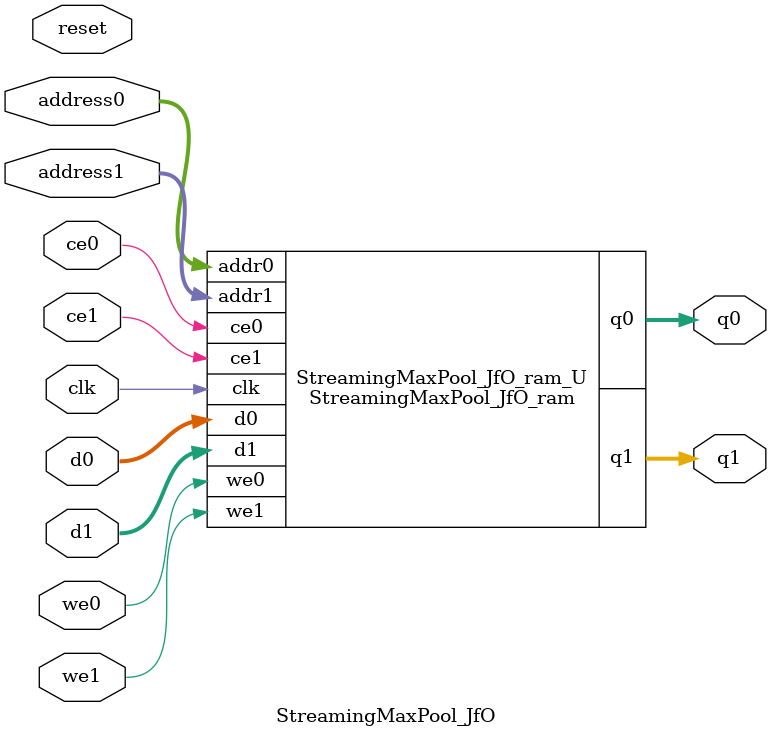
<source format=v>

`timescale 1 ns / 1 ps
module StreamingMaxPool_JfO_ram (addr0, ce0, d0, we0, q0, addr1, ce1, d1, we1, q1,  clk);

parameter DWIDTH = 8;
parameter AWIDTH = 7;
parameter MEM_SIZE = 128;

input[AWIDTH-1:0] addr0;
input ce0;
input[DWIDTH-1:0] d0;
input we0;
output reg[DWIDTH-1:0] q0;
input[AWIDTH-1:0] addr1;
input ce1;
input[DWIDTH-1:0] d1;
input we1;
output reg[DWIDTH-1:0] q1;
input clk;

(* ram_style = "block" *)reg [DWIDTH-1:0] ram[0:MEM_SIZE-1];




always @(posedge clk)  
begin 
    if (ce0) 
    begin
        if (we0) 
        begin 
            ram[addr0] <= d0; 
            q0 <= d0;
        end 
        else 
            q0 <= ram[addr0];
    end
end


always @(posedge clk)  
begin 
    if (ce1) 
    begin
        if (we1) 
        begin 
            ram[addr1] <= d1; 
            q1 <= d1;
        end 
        else 
            q1 <= ram[addr1];
    end
end


endmodule


`timescale 1 ns / 1 ps
module StreamingMaxPool_JfO(
    reset,
    clk,
    address0,
    ce0,
    we0,
    d0,
    q0,
    address1,
    ce1,
    we1,
    d1,
    q1);

parameter DataWidth = 32'd8;
parameter AddressRange = 32'd128;
parameter AddressWidth = 32'd7;
input reset;
input clk;
input[AddressWidth - 1:0] address0;
input ce0;
input we0;
input[DataWidth - 1:0] d0;
output[DataWidth - 1:0] q0;
input[AddressWidth - 1:0] address1;
input ce1;
input we1;
input[DataWidth - 1:0] d1;
output[DataWidth - 1:0] q1;



StreamingMaxPool_JfO_ram StreamingMaxPool_JfO_ram_U(
    .clk( clk ),
    .addr0( address0 ),
    .ce0( ce0 ),
    .we0( we0 ),
    .d0( d0 ),
    .q0( q0 ),
    .addr1( address1 ),
    .ce1( ce1 ),
    .we1( we1 ),
    .d1( d1 ),
    .q1( q1 ));

endmodule


</source>
